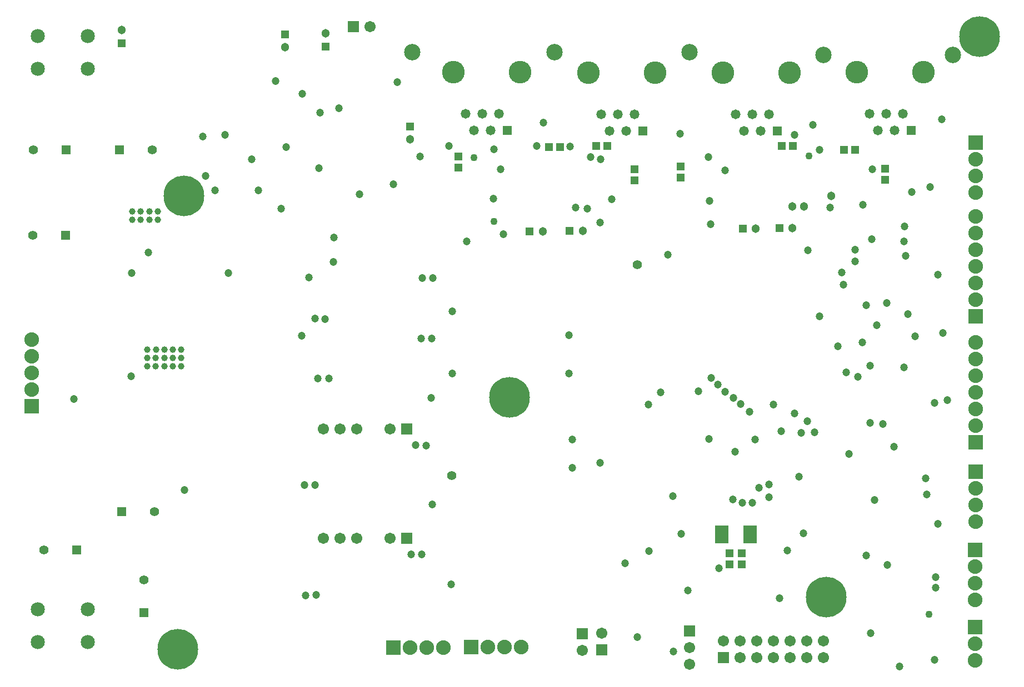
<source format=gbs>
G04*
G04 #@! TF.GenerationSoftware,Altium Limited,Altium Designer,19.1.5 (86)*
G04*
G04 Layer_Color=16711935*
%FSLAX25Y25*%
%MOIN*%
G70*
G01*
G75*
%ADD41R,0.04737X0.05131*%
%ADD43R,0.05131X0.04737*%
%ADD61C,0.24422*%
%ADD62R,0.06737X0.06737*%
%ADD63C,0.06737*%
%ADD64C,0.05524*%
%ADD65R,0.05524X0.05524*%
%ADD66R,0.06706X0.06706*%
%ADD67C,0.06706*%
%ADD68R,0.06706X0.06706*%
%ADD69R,0.05131X0.05131*%
%ADD70C,0.05131*%
%ADD71C,0.08477*%
%ADD72C,0.13595*%
%ADD73C,0.05792*%
%ADD74R,0.05792X0.05792*%
%ADD75C,0.09855*%
%ADD76R,0.05131X0.05131*%
%ADD77C,0.08832*%
%ADD78R,0.08832X0.08832*%
%ADD79R,0.08832X0.08832*%
%ADD80R,0.05524X0.05524*%
%ADD81C,0.04737*%
%ADD82C,0.03950*%
%ADD83C,0.04343*%
%ADD118R,0.08280X0.11036*%
D41*
X507283Y401575D02*
D03*
Y408268D02*
D03*
X630118Y400394D02*
D03*
Y407087D02*
D03*
X479626Y400000D02*
D03*
Y406693D02*
D03*
X374016Y407579D02*
D03*
Y414272D02*
D03*
X536614Y176083D02*
D03*
Y169390D02*
D03*
X544095Y176083D02*
D03*
Y169390D02*
D03*
D43*
X605217Y418209D02*
D03*
X611909D02*
D03*
X574508Y420768D02*
D03*
X567815D02*
D03*
X456693Y420571D02*
D03*
X463386D02*
D03*
X434842Y420177D02*
D03*
X428150D02*
D03*
D61*
X404724Y269685D02*
D03*
X594587Y149705D02*
D03*
X686614Y486221D02*
D03*
X205512Y118209D02*
D03*
X209449Y390551D02*
D03*
D62*
X343012Y250590D02*
D03*
X343091Y185039D02*
D03*
D63*
X333012Y250590D02*
D03*
X313012D02*
D03*
X303012D02*
D03*
X293012D02*
D03*
X333091Y185039D02*
D03*
X313090D02*
D03*
X303091D02*
D03*
X293091D02*
D03*
D64*
X118815Y418500D02*
D03*
X190342D02*
D03*
X185335Y160138D02*
D03*
X125394Y177854D02*
D03*
X191634Y200886D02*
D03*
X118602Y367126D02*
D03*
X369882Y222539D02*
D03*
X481201Y349311D02*
D03*
D65*
X138500Y418500D02*
D03*
X170658D02*
D03*
X145079Y177854D02*
D03*
X171949Y200886D02*
D03*
X138287Y367126D02*
D03*
D66*
X533091Y113425D02*
D03*
X311024Y492224D02*
D03*
D67*
X533091Y123425D02*
D03*
X543091Y113425D02*
D03*
Y123425D02*
D03*
X553091Y113425D02*
D03*
Y123425D02*
D03*
X563091Y113425D02*
D03*
Y123425D02*
D03*
X573091Y113425D02*
D03*
Y123425D02*
D03*
X583091Y113425D02*
D03*
Y123425D02*
D03*
X593091Y113425D02*
D03*
Y123425D02*
D03*
X512598Y119193D02*
D03*
Y109193D02*
D03*
X448228Y117815D02*
D03*
X460039Y127913D02*
D03*
X321024Y492224D02*
D03*
D68*
X512598Y129193D02*
D03*
X448228Y127815D02*
D03*
X460039Y117913D02*
D03*
D69*
X171949Y482415D02*
D03*
X270079Y487795D02*
D03*
X345000Y432437D02*
D03*
X294193Y480315D02*
D03*
D70*
X171949Y490289D02*
D03*
X270079Y479921D02*
D03*
X424508Y369193D02*
D03*
X552461Y370965D02*
D03*
X448524Y369587D02*
D03*
X574409Y371260D02*
D03*
X345000Y424563D02*
D03*
X294193Y488189D02*
D03*
X581328Y384369D02*
D03*
X574311Y384252D02*
D03*
X597736Y390748D02*
D03*
D71*
X151516Y122638D02*
D03*
X121516D02*
D03*
X151516Y142323D02*
D03*
X121516D02*
D03*
X151500Y467000D02*
D03*
X121500D02*
D03*
X151500Y486685D02*
D03*
X121500D02*
D03*
D72*
X652992Y464961D02*
D03*
X612992D02*
D03*
X572677Y464567D02*
D03*
X532677D02*
D03*
X491968D02*
D03*
X451968D02*
D03*
X410866Y464961D02*
D03*
X370866D02*
D03*
D73*
X620512Y439961D02*
D03*
X630512D02*
D03*
X640512D02*
D03*
X625512Y429961D02*
D03*
X635512D02*
D03*
X540197Y439567D02*
D03*
X550197D02*
D03*
X560197D02*
D03*
X545197Y429567D02*
D03*
X555197D02*
D03*
X459488Y439567D02*
D03*
X469488D02*
D03*
X479488D02*
D03*
X464488Y429567D02*
D03*
X474488D02*
D03*
X378386Y439961D02*
D03*
X388386D02*
D03*
X398386D02*
D03*
X383386Y429961D02*
D03*
X393386D02*
D03*
D74*
X645512D02*
D03*
X565197Y429567D02*
D03*
X484488D02*
D03*
X403386Y429961D02*
D03*
D75*
X670669Y475197D02*
D03*
X592913D02*
D03*
X512598Y477165D02*
D03*
X431496D02*
D03*
X346224Y476933D02*
D03*
D76*
X416634Y369193D02*
D03*
X544587Y370965D02*
D03*
X440650Y369587D02*
D03*
X566535Y371260D02*
D03*
D77*
X365020Y119291D02*
D03*
X355039D02*
D03*
X345039D02*
D03*
X411476Y119685D02*
D03*
X401496D02*
D03*
X391496D02*
D03*
X118012Y294193D02*
D03*
Y304193D02*
D03*
Y284213D02*
D03*
Y274213D02*
D03*
X684252Y194980D02*
D03*
Y204961D02*
D03*
Y214961D02*
D03*
X683858Y147894D02*
D03*
Y157874D02*
D03*
Y167874D02*
D03*
X684252Y392776D02*
D03*
Y402756D02*
D03*
Y412756D02*
D03*
X683858Y121653D02*
D03*
Y111653D02*
D03*
X684154Y292697D02*
D03*
Y252697D02*
D03*
Y262697D02*
D03*
Y282677D02*
D03*
Y272677D02*
D03*
Y302736D02*
D03*
X684252Y368307D02*
D03*
Y328307D02*
D03*
Y338307D02*
D03*
Y358287D02*
D03*
Y348287D02*
D03*
Y378346D02*
D03*
D78*
X335039Y119291D02*
D03*
X381496Y119685D02*
D03*
D79*
X118012Y264213D02*
D03*
X684252Y224961D02*
D03*
X683858Y177874D02*
D03*
X684252Y422756D02*
D03*
X683858Y131653D02*
D03*
X684154Y242697D02*
D03*
X684252Y318307D02*
D03*
D80*
X185335Y140453D02*
D03*
D81*
X659547Y266437D02*
D03*
X507480Y187795D02*
D03*
X620866Y254429D02*
D03*
X293898Y316732D02*
D03*
X638484Y107874D02*
D03*
X621457Y128051D02*
D03*
X560236Y209646D02*
D03*
X188091Y356594D02*
D03*
X474114Y170177D02*
D03*
X488189Y177461D02*
D03*
X659646Y112106D02*
D03*
X296260Y281004D02*
D03*
X583760Y358071D02*
D03*
X596850Y383661D02*
D03*
X616535Y385433D02*
D03*
X628642Y253839D02*
D03*
X554331Y215453D02*
D03*
X560335Y217421D02*
D03*
X345522Y175246D02*
D03*
X282283Y150591D02*
D03*
X287992Y216929D02*
D03*
X289567Y280906D02*
D03*
X548524Y261122D02*
D03*
X543307Y265650D02*
D03*
X538878Y269488D02*
D03*
X660138Y161811D02*
D03*
X298917Y350886D02*
D03*
X357776Y269488D02*
D03*
X358366Y205512D02*
D03*
X209646Y214075D02*
D03*
X143256Y268701D02*
D03*
X287992Y317028D02*
D03*
X314701Y391571D02*
D03*
X358661Y341339D02*
D03*
X442224Y227461D02*
D03*
X440453Y283883D02*
D03*
X442224Y244193D02*
D03*
X440158Y306988D02*
D03*
X358071Y304921D02*
D03*
X354724Y240846D02*
D03*
X348425Y240945D02*
D03*
X253839Y393996D02*
D03*
X284154Y341831D02*
D03*
X280020Y306791D02*
D03*
X350886Y414370D02*
D03*
X351969Y175394D02*
D03*
X236122Y344390D02*
D03*
X178051Y344193D02*
D03*
X227871Y393996D02*
D03*
X458957Y230512D02*
D03*
X395374Y418799D02*
D03*
X334842Y397736D02*
D03*
X369685Y157283D02*
D03*
X222358Y402543D02*
D03*
X290166Y407480D02*
D03*
X378925Y363496D02*
D03*
X370374Y321457D02*
D03*
Y284055D02*
D03*
X606693Y284646D02*
D03*
X613779Y282087D02*
D03*
X567753Y249495D02*
D03*
X575492Y259941D02*
D03*
X583198Y255229D02*
D03*
X579556Y248339D02*
D03*
X587500Y248721D02*
D03*
X578150Y221949D02*
D03*
X622047Y364567D02*
D03*
X620866Y288681D02*
D03*
X288484Y150886D02*
D03*
X281693Y217028D02*
D03*
X524360Y244734D02*
D03*
X177559Y282283D02*
D03*
X533858Y273130D02*
D03*
X529724Y277362D02*
D03*
X525591Y281398D02*
D03*
X399410Y406693D02*
D03*
X667224Y267913D02*
D03*
X234006Y427362D02*
D03*
X631348Y168848D02*
D03*
X220472Y426476D02*
D03*
X459350Y412697D02*
D03*
X538779Y208268D02*
D03*
X502953Y117126D02*
D03*
X534055Y406004D02*
D03*
X302165Y443209D02*
D03*
X563091Y265256D02*
D03*
X616240Y302658D02*
D03*
X603887Y344635D02*
D03*
X580807Y187992D02*
D03*
X540059Y236910D02*
D03*
X625098Y312894D02*
D03*
X631004Y326279D02*
D03*
X660236Y155512D02*
D03*
X465945Y388681D02*
D03*
X270571Y420177D02*
D03*
X481201Y125787D02*
D03*
X517815Y273425D02*
D03*
X368307Y420768D02*
D03*
X645866Y393110D02*
D03*
X622146Y406791D02*
D03*
X605020Y337205D02*
D03*
X664764Y308465D02*
D03*
X608268Y235827D02*
D03*
X618602Y174803D02*
D03*
X571260Y177657D02*
D03*
X664075Y436614D02*
D03*
X656978Y396161D02*
D03*
X642224Y354528D02*
D03*
X337205Y458858D02*
D03*
X290846Y440846D02*
D03*
X611811Y351476D02*
D03*
X601673Y300394D02*
D03*
X611909Y358465D02*
D03*
X451302Y382991D02*
D03*
X502756Y210433D02*
D03*
X654331Y220866D02*
D03*
X586516Y433366D02*
D03*
X499508Y355315D02*
D03*
X506988Y427854D02*
D03*
X425000Y434842D02*
D03*
X511614Y153642D02*
D03*
X280315Y451968D02*
D03*
X544390Y206299D02*
D03*
X487894Y265453D02*
D03*
X458858Y374606D02*
D03*
X495374Y272638D02*
D03*
X552067Y244488D02*
D03*
X400984Y367717D02*
D03*
X590650Y318209D02*
D03*
X524114Y413976D02*
D03*
X590650Y418405D02*
D03*
X575591Y427264D02*
D03*
X441043Y420374D02*
D03*
X420965Y420768D02*
D03*
X453346Y414173D02*
D03*
X395079Y388878D02*
D03*
X444291Y383563D02*
D03*
X550197Y206496D02*
D03*
X566535Y148917D02*
D03*
X661713Y193701D02*
D03*
X654823Y211417D02*
D03*
X525197Y373671D02*
D03*
X524508Y387795D02*
D03*
X267520Y382874D02*
D03*
X299384Y365642D02*
D03*
X623721Y207972D02*
D03*
X530315Y167126D02*
D03*
X641535Y372244D02*
D03*
X641437Y363484D02*
D03*
X618602Y324902D02*
D03*
X641142Y287598D02*
D03*
X643504Y319587D02*
D03*
X635335Y240059D02*
D03*
X661614Y343307D02*
D03*
X648089Y306498D02*
D03*
X352165Y341339D02*
D03*
X351673Y305020D02*
D03*
X264173Y459842D02*
D03*
X250098Y412697D02*
D03*
D82*
X192421Y293358D02*
D03*
X197539Y293307D02*
D03*
X202559Y293358D02*
D03*
X193504Y376181D02*
D03*
X188484D02*
D03*
X183366D02*
D03*
X178248D02*
D03*
X178248Y381398D02*
D03*
X183366D02*
D03*
X188484D02*
D03*
X193504D02*
D03*
X187303Y293358D02*
D03*
X187205Y288189D02*
D03*
X192323D02*
D03*
X197539Y288287D02*
D03*
X202559D02*
D03*
X207579Y288189D02*
D03*
X207677Y293358D02*
D03*
X207776Y298327D02*
D03*
X202658Y298327D02*
D03*
X197539Y298374D02*
D03*
X192520Y298327D02*
D03*
X187402D02*
D03*
D83*
X383268Y413583D02*
D03*
X656398Y139272D02*
D03*
X584154Y414567D02*
D03*
X395374Y375394D02*
D03*
D118*
X531890Y187402D02*
D03*
X548819D02*
D03*
M02*

</source>
